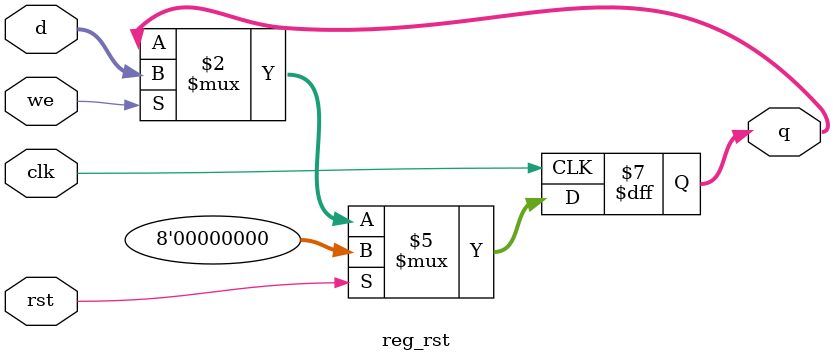
<source format=v>
module reg_std
(
    input[7:0] d, 
    
    input en,
    input clk,

    output reg[7:0] q
);
    always @(posedge clk)
    begin
        if (en)
            q <= d;
    end
endmodule

module reg_rst
(
    input[7:0] d,
    
    input we,
    input clk, rst,

    output reg[7:0] q
);
    always @(posedge clk)
    begin
        if (rst)
            q <= 8'b0;
        else if (we)
            q <= d;
    end
endmodule
</source>
